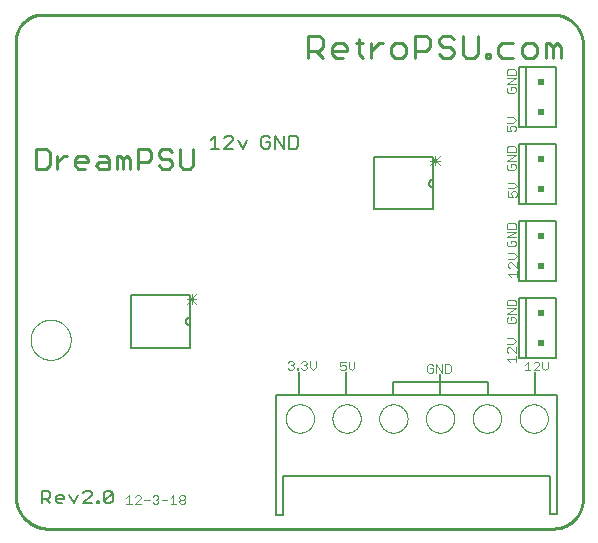
<source format=gto>
G75*
%MOIN*%
%OFA0B0*%
%FSLAX25Y25*%
%IPPOS*%
%LPD*%
%AMOC8*
5,1,8,0,0,1.08239X$1,22.5*
%
%ADD10C,0.00700*%
%ADD11C,0.00400*%
%ADD12C,0.01000*%
%ADD13C,0.00000*%
%ADD14C,0.01100*%
%ADD15C,0.00500*%
%ADD16C,0.00300*%
%ADD17C,0.00600*%
%ADD18R,0.02000X0.02000*%
%ADD19C,0.00197*%
D10*
X0022029Y0023210D02*
X0022029Y0027514D01*
X0024181Y0027514D01*
X0024898Y0026796D01*
X0024898Y0025362D01*
X0024181Y0024644D01*
X0022029Y0024644D01*
X0023463Y0024644D02*
X0024898Y0023210D01*
X0026633Y0023927D02*
X0026633Y0025362D01*
X0027350Y0026079D01*
X0028784Y0026079D01*
X0029502Y0025362D01*
X0029502Y0024644D01*
X0026633Y0024644D01*
X0026633Y0023927D02*
X0027350Y0023210D01*
X0028784Y0023210D01*
X0031237Y0026079D02*
X0032671Y0023210D01*
X0034106Y0026079D01*
X0035841Y0026796D02*
X0036558Y0027514D01*
X0037992Y0027514D01*
X0038710Y0026796D01*
X0038710Y0026079D01*
X0035841Y0023210D01*
X0038710Y0023210D01*
X0040444Y0023210D02*
X0041162Y0023210D01*
X0041162Y0023927D01*
X0040444Y0023927D01*
X0040444Y0023210D01*
X0042746Y0023927D02*
X0045616Y0026796D01*
X0045616Y0023927D01*
X0044898Y0023210D01*
X0043464Y0023210D01*
X0042746Y0023927D01*
X0042746Y0026796D01*
X0043464Y0027514D01*
X0044898Y0027514D01*
X0045616Y0026796D01*
X0078328Y0141517D02*
X0081197Y0141517D01*
X0079763Y0141517D02*
X0079763Y0145821D01*
X0078328Y0144386D01*
X0082932Y0145103D02*
X0083649Y0145821D01*
X0085084Y0145821D01*
X0085801Y0145103D01*
X0085801Y0144386D01*
X0082932Y0141517D01*
X0085801Y0141517D01*
X0088970Y0141517D02*
X0087536Y0144386D01*
X0090405Y0144386D02*
X0088970Y0141517D01*
X0095257Y0142234D02*
X0095974Y0141517D01*
X0097409Y0141517D01*
X0098126Y0142234D01*
X0098126Y0143669D01*
X0096692Y0143669D01*
X0098126Y0145103D02*
X0097409Y0145821D01*
X0095974Y0145821D01*
X0095257Y0145103D01*
X0095257Y0142234D01*
X0099861Y0141517D02*
X0099861Y0145821D01*
X0102730Y0141517D01*
X0102730Y0145821D01*
X0104465Y0145821D02*
X0106617Y0145821D01*
X0107334Y0145103D01*
X0107334Y0142234D01*
X0106617Y0141517D01*
X0104465Y0141517D01*
X0104465Y0145821D01*
D11*
X0069305Y0025862D02*
X0069773Y0025395D01*
X0069773Y0024928D01*
X0069305Y0024461D01*
X0068371Y0024461D01*
X0067904Y0024928D01*
X0067904Y0025395D01*
X0068371Y0025862D01*
X0069305Y0025862D01*
X0069305Y0024461D02*
X0069773Y0023994D01*
X0069773Y0023527D01*
X0069305Y0023060D01*
X0068371Y0023060D01*
X0067904Y0023527D01*
X0067904Y0023994D01*
X0068371Y0024461D01*
X0066826Y0023060D02*
X0064958Y0023060D01*
X0065892Y0023060D02*
X0065892Y0025862D01*
X0064958Y0024928D01*
X0063880Y0024461D02*
X0062011Y0024461D01*
X0060933Y0023994D02*
X0060933Y0023527D01*
X0060466Y0023060D01*
X0059532Y0023060D01*
X0059065Y0023527D01*
X0059999Y0024461D02*
X0060466Y0024461D01*
X0060933Y0023994D01*
X0060466Y0024461D02*
X0060933Y0024928D01*
X0060933Y0025395D01*
X0060466Y0025862D01*
X0059532Y0025862D01*
X0059065Y0025395D01*
X0057986Y0024461D02*
X0056118Y0024461D01*
X0055040Y0024928D02*
X0055040Y0025395D01*
X0054573Y0025862D01*
X0053639Y0025862D01*
X0053172Y0025395D01*
X0055040Y0024928D02*
X0053172Y0023060D01*
X0055040Y0023060D01*
X0052093Y0023060D02*
X0050225Y0023060D01*
X0051159Y0023060D02*
X0051159Y0025862D01*
X0050225Y0024928D01*
D12*
X0023254Y0014828D02*
X0192545Y0014828D01*
X0192783Y0014831D01*
X0193021Y0014839D01*
X0193258Y0014854D01*
X0193495Y0014874D01*
X0193731Y0014900D01*
X0193967Y0014931D01*
X0194202Y0014968D01*
X0194436Y0015011D01*
X0194669Y0015060D01*
X0194901Y0015114D01*
X0195131Y0015174D01*
X0195360Y0015239D01*
X0195587Y0015310D01*
X0195812Y0015386D01*
X0196035Y0015468D01*
X0196257Y0015555D01*
X0196476Y0015647D01*
X0196693Y0015745D01*
X0196907Y0015847D01*
X0197119Y0015955D01*
X0197329Y0016069D01*
X0197535Y0016187D01*
X0197739Y0016310D01*
X0197939Y0016438D01*
X0198136Y0016570D01*
X0198331Y0016708D01*
X0198521Y0016850D01*
X0198709Y0016997D01*
X0198892Y0017148D01*
X0199072Y0017303D01*
X0199248Y0017463D01*
X0199420Y0017627D01*
X0199589Y0017796D01*
X0199753Y0017968D01*
X0199913Y0018144D01*
X0200068Y0018324D01*
X0200219Y0018507D01*
X0200366Y0018695D01*
X0200508Y0018885D01*
X0200646Y0019080D01*
X0200778Y0019277D01*
X0200906Y0019477D01*
X0201029Y0019681D01*
X0201147Y0019887D01*
X0201261Y0020097D01*
X0201369Y0020309D01*
X0201471Y0020523D01*
X0201569Y0020740D01*
X0201661Y0020959D01*
X0201748Y0021181D01*
X0201830Y0021404D01*
X0201906Y0021629D01*
X0201977Y0021856D01*
X0202042Y0022085D01*
X0202102Y0022315D01*
X0202156Y0022547D01*
X0202205Y0022780D01*
X0202248Y0023014D01*
X0202285Y0023249D01*
X0202316Y0023485D01*
X0202342Y0023721D01*
X0202362Y0023958D01*
X0202377Y0024195D01*
X0202385Y0024433D01*
X0202388Y0024671D01*
X0202387Y0024671D02*
X0202387Y0176246D01*
X0202388Y0176246D02*
X0202385Y0176484D01*
X0202377Y0176722D01*
X0202362Y0176959D01*
X0202342Y0177196D01*
X0202316Y0177432D01*
X0202285Y0177668D01*
X0202248Y0177903D01*
X0202205Y0178137D01*
X0202156Y0178370D01*
X0202102Y0178602D01*
X0202042Y0178832D01*
X0201977Y0179061D01*
X0201906Y0179288D01*
X0201830Y0179513D01*
X0201748Y0179736D01*
X0201661Y0179958D01*
X0201569Y0180177D01*
X0201471Y0180394D01*
X0201369Y0180608D01*
X0201261Y0180820D01*
X0201147Y0181030D01*
X0201029Y0181236D01*
X0200906Y0181440D01*
X0200778Y0181640D01*
X0200646Y0181837D01*
X0200508Y0182032D01*
X0200366Y0182222D01*
X0200219Y0182410D01*
X0200068Y0182593D01*
X0199913Y0182773D01*
X0199753Y0182949D01*
X0199589Y0183121D01*
X0199420Y0183290D01*
X0199248Y0183454D01*
X0199072Y0183614D01*
X0198892Y0183769D01*
X0198709Y0183920D01*
X0198521Y0184067D01*
X0198331Y0184209D01*
X0198136Y0184347D01*
X0197939Y0184479D01*
X0197739Y0184607D01*
X0197535Y0184730D01*
X0197329Y0184848D01*
X0197119Y0184962D01*
X0196907Y0185070D01*
X0196693Y0185172D01*
X0196476Y0185270D01*
X0196257Y0185362D01*
X0196035Y0185449D01*
X0195812Y0185531D01*
X0195587Y0185607D01*
X0195360Y0185678D01*
X0195131Y0185743D01*
X0194901Y0185803D01*
X0194669Y0185857D01*
X0194436Y0185906D01*
X0194202Y0185949D01*
X0193967Y0185986D01*
X0193731Y0186017D01*
X0193495Y0186043D01*
X0193258Y0186063D01*
X0193021Y0186078D01*
X0192783Y0186086D01*
X0192545Y0186089D01*
X0192545Y0186088D02*
X0023254Y0186088D01*
X0013411Y0178214D02*
X0013411Y0026639D01*
X0013412Y0026639D02*
X0013391Y0026373D01*
X0013376Y0026107D01*
X0013369Y0025840D01*
X0013367Y0025573D01*
X0013373Y0025307D01*
X0013384Y0025040D01*
X0013403Y0024774D01*
X0013428Y0024508D01*
X0013459Y0024243D01*
X0013497Y0023979D01*
X0013541Y0023716D01*
X0013592Y0023454D01*
X0013649Y0023194D01*
X0013713Y0022934D01*
X0013783Y0022677D01*
X0013859Y0022421D01*
X0013942Y0022167D01*
X0014030Y0021916D01*
X0014125Y0021666D01*
X0014226Y0021419D01*
X0014333Y0021175D01*
X0014446Y0020933D01*
X0014565Y0020694D01*
X0014689Y0020459D01*
X0014820Y0020226D01*
X0014956Y0019996D01*
X0015098Y0019770D01*
X0015245Y0019548D01*
X0015397Y0019329D01*
X0015555Y0019114D01*
X0015718Y0018903D01*
X0015887Y0018696D01*
X0016060Y0018493D01*
X0016238Y0018294D01*
X0016421Y0018100D01*
X0016609Y0017910D01*
X0016801Y0017726D01*
X0016998Y0017545D01*
X0017199Y0017370D01*
X0017405Y0017200D01*
X0017614Y0017035D01*
X0017828Y0016875D01*
X0018045Y0016720D01*
X0018266Y0016571D01*
X0018491Y0016427D01*
X0018719Y0016289D01*
X0018951Y0016156D01*
X0019186Y0016029D01*
X0019423Y0015908D01*
X0019664Y0015793D01*
X0019907Y0015684D01*
X0020153Y0015581D01*
X0020402Y0015483D01*
X0020653Y0015392D01*
X0020906Y0015307D01*
X0021161Y0015229D01*
X0021417Y0015156D01*
X0021676Y0015090D01*
X0021936Y0015031D01*
X0022197Y0014977D01*
X0022460Y0014930D01*
X0022724Y0014890D01*
X0022988Y0014856D01*
X0023254Y0014829D01*
X0023513Y0134777D02*
X0020210Y0134777D01*
X0020210Y0141383D01*
X0023513Y0141383D01*
X0024614Y0140282D01*
X0024614Y0135878D01*
X0023513Y0134777D01*
X0027208Y0134777D02*
X0027208Y0139181D01*
X0027208Y0136979D02*
X0029410Y0139181D01*
X0030511Y0139181D01*
X0033040Y0138080D02*
X0034141Y0139181D01*
X0036343Y0139181D01*
X0037444Y0138080D01*
X0037444Y0136979D01*
X0033040Y0136979D01*
X0033040Y0135878D02*
X0033040Y0138080D01*
X0033040Y0135878D02*
X0034141Y0134777D01*
X0036343Y0134777D01*
X0040038Y0135878D02*
X0041139Y0136979D01*
X0044442Y0136979D01*
X0044442Y0138080D02*
X0044442Y0134777D01*
X0041139Y0134777D01*
X0040038Y0135878D01*
X0041139Y0139181D02*
X0043341Y0139181D01*
X0044442Y0138080D01*
X0047036Y0139181D02*
X0047036Y0134777D01*
X0049238Y0134777D02*
X0049238Y0138080D01*
X0050339Y0139181D01*
X0051440Y0138080D01*
X0051440Y0134777D01*
X0054034Y0134777D02*
X0054034Y0141383D01*
X0057337Y0141383D01*
X0058438Y0140282D01*
X0058438Y0138080D01*
X0057337Y0136979D01*
X0054034Y0136979D01*
X0049238Y0138080D02*
X0048137Y0139181D01*
X0047036Y0139181D01*
X0061032Y0139181D02*
X0062133Y0138080D01*
X0064335Y0138080D01*
X0065435Y0136979D01*
X0065435Y0135878D01*
X0064335Y0134777D01*
X0062133Y0134777D01*
X0061032Y0135878D01*
X0061032Y0139181D02*
X0061032Y0140282D01*
X0062133Y0141383D01*
X0064335Y0141383D01*
X0065435Y0140282D01*
X0068030Y0141383D02*
X0068030Y0135878D01*
X0069131Y0134777D01*
X0071333Y0134777D01*
X0072433Y0135878D01*
X0072433Y0141383D01*
X0023253Y0186088D02*
X0023039Y0186110D01*
X0022824Y0186126D01*
X0022609Y0186137D01*
X0022394Y0186142D01*
X0022178Y0186143D01*
X0021963Y0186138D01*
X0021748Y0186128D01*
X0021533Y0186113D01*
X0021319Y0186092D01*
X0021105Y0186067D01*
X0020892Y0186036D01*
X0020679Y0186000D01*
X0020468Y0185959D01*
X0020257Y0185913D01*
X0020048Y0185862D01*
X0019840Y0185806D01*
X0019634Y0185744D01*
X0019429Y0185678D01*
X0019225Y0185607D01*
X0019024Y0185531D01*
X0018824Y0185450D01*
X0018627Y0185365D01*
X0018431Y0185274D01*
X0018238Y0185179D01*
X0018047Y0185080D01*
X0017858Y0184975D01*
X0017673Y0184866D01*
X0017489Y0184753D01*
X0017309Y0184635D01*
X0017131Y0184513D01*
X0016957Y0184387D01*
X0016786Y0184257D01*
X0016617Y0184122D01*
X0016453Y0183984D01*
X0016291Y0183841D01*
X0016133Y0183695D01*
X0015979Y0183544D01*
X0015828Y0183391D01*
X0015681Y0183233D01*
X0015538Y0183072D01*
X0015399Y0182908D01*
X0015263Y0182740D01*
X0015132Y0182569D01*
X0015005Y0182395D01*
X0014883Y0182218D01*
X0014764Y0182038D01*
X0014650Y0181856D01*
X0014541Y0181670D01*
X0014436Y0181482D01*
X0014335Y0181292D01*
X0014239Y0181099D01*
X0014148Y0180904D01*
X0014062Y0180706D01*
X0013980Y0180507D01*
X0013903Y0180306D01*
X0013832Y0180103D01*
X0013765Y0179898D01*
X0013703Y0179692D01*
X0013646Y0179484D01*
X0013594Y0179275D01*
X0013547Y0179065D01*
X0013505Y0178853D01*
X0013468Y0178641D01*
X0013437Y0178428D01*
X0013411Y0178214D01*
D13*
X0018293Y0077761D02*
X0018295Y0077925D01*
X0018301Y0078089D01*
X0018311Y0078253D01*
X0018325Y0078417D01*
X0018343Y0078580D01*
X0018365Y0078743D01*
X0018392Y0078905D01*
X0018422Y0079067D01*
X0018456Y0079227D01*
X0018494Y0079387D01*
X0018535Y0079546D01*
X0018581Y0079704D01*
X0018631Y0079860D01*
X0018684Y0080016D01*
X0018741Y0080170D01*
X0018802Y0080322D01*
X0018867Y0080473D01*
X0018936Y0080623D01*
X0019008Y0080770D01*
X0019083Y0080916D01*
X0019163Y0081060D01*
X0019245Y0081202D01*
X0019331Y0081342D01*
X0019421Y0081479D01*
X0019514Y0081615D01*
X0019610Y0081748D01*
X0019710Y0081879D01*
X0019812Y0082007D01*
X0019918Y0082133D01*
X0020027Y0082256D01*
X0020139Y0082376D01*
X0020253Y0082494D01*
X0020371Y0082608D01*
X0020491Y0082720D01*
X0020614Y0082829D01*
X0020740Y0082935D01*
X0020868Y0083037D01*
X0020999Y0083137D01*
X0021132Y0083233D01*
X0021268Y0083326D01*
X0021405Y0083416D01*
X0021545Y0083502D01*
X0021687Y0083584D01*
X0021831Y0083664D01*
X0021977Y0083739D01*
X0022124Y0083811D01*
X0022274Y0083880D01*
X0022425Y0083945D01*
X0022577Y0084006D01*
X0022731Y0084063D01*
X0022887Y0084116D01*
X0023043Y0084166D01*
X0023201Y0084212D01*
X0023360Y0084253D01*
X0023520Y0084291D01*
X0023680Y0084325D01*
X0023842Y0084355D01*
X0024004Y0084382D01*
X0024167Y0084404D01*
X0024330Y0084422D01*
X0024494Y0084436D01*
X0024658Y0084446D01*
X0024822Y0084452D01*
X0024986Y0084454D01*
X0025150Y0084452D01*
X0025314Y0084446D01*
X0025478Y0084436D01*
X0025642Y0084422D01*
X0025805Y0084404D01*
X0025968Y0084382D01*
X0026130Y0084355D01*
X0026292Y0084325D01*
X0026452Y0084291D01*
X0026612Y0084253D01*
X0026771Y0084212D01*
X0026929Y0084166D01*
X0027085Y0084116D01*
X0027241Y0084063D01*
X0027395Y0084006D01*
X0027547Y0083945D01*
X0027698Y0083880D01*
X0027848Y0083811D01*
X0027995Y0083739D01*
X0028141Y0083664D01*
X0028285Y0083584D01*
X0028427Y0083502D01*
X0028567Y0083416D01*
X0028704Y0083326D01*
X0028840Y0083233D01*
X0028973Y0083137D01*
X0029104Y0083037D01*
X0029232Y0082935D01*
X0029358Y0082829D01*
X0029481Y0082720D01*
X0029601Y0082608D01*
X0029719Y0082494D01*
X0029833Y0082376D01*
X0029945Y0082256D01*
X0030054Y0082133D01*
X0030160Y0082007D01*
X0030262Y0081879D01*
X0030362Y0081748D01*
X0030458Y0081615D01*
X0030551Y0081479D01*
X0030641Y0081342D01*
X0030727Y0081202D01*
X0030809Y0081060D01*
X0030889Y0080916D01*
X0030964Y0080770D01*
X0031036Y0080623D01*
X0031105Y0080473D01*
X0031170Y0080322D01*
X0031231Y0080170D01*
X0031288Y0080016D01*
X0031341Y0079860D01*
X0031391Y0079704D01*
X0031437Y0079546D01*
X0031478Y0079387D01*
X0031516Y0079227D01*
X0031550Y0079067D01*
X0031580Y0078905D01*
X0031607Y0078743D01*
X0031629Y0078580D01*
X0031647Y0078417D01*
X0031661Y0078253D01*
X0031671Y0078089D01*
X0031677Y0077925D01*
X0031679Y0077761D01*
X0031677Y0077597D01*
X0031671Y0077433D01*
X0031661Y0077269D01*
X0031647Y0077105D01*
X0031629Y0076942D01*
X0031607Y0076779D01*
X0031580Y0076617D01*
X0031550Y0076455D01*
X0031516Y0076295D01*
X0031478Y0076135D01*
X0031437Y0075976D01*
X0031391Y0075818D01*
X0031341Y0075662D01*
X0031288Y0075506D01*
X0031231Y0075352D01*
X0031170Y0075200D01*
X0031105Y0075049D01*
X0031036Y0074899D01*
X0030964Y0074752D01*
X0030889Y0074606D01*
X0030809Y0074462D01*
X0030727Y0074320D01*
X0030641Y0074180D01*
X0030551Y0074043D01*
X0030458Y0073907D01*
X0030362Y0073774D01*
X0030262Y0073643D01*
X0030160Y0073515D01*
X0030054Y0073389D01*
X0029945Y0073266D01*
X0029833Y0073146D01*
X0029719Y0073028D01*
X0029601Y0072914D01*
X0029481Y0072802D01*
X0029358Y0072693D01*
X0029232Y0072587D01*
X0029104Y0072485D01*
X0028973Y0072385D01*
X0028840Y0072289D01*
X0028704Y0072196D01*
X0028567Y0072106D01*
X0028427Y0072020D01*
X0028285Y0071938D01*
X0028141Y0071858D01*
X0027995Y0071783D01*
X0027848Y0071711D01*
X0027698Y0071642D01*
X0027547Y0071577D01*
X0027395Y0071516D01*
X0027241Y0071459D01*
X0027085Y0071406D01*
X0026929Y0071356D01*
X0026771Y0071310D01*
X0026612Y0071269D01*
X0026452Y0071231D01*
X0026292Y0071197D01*
X0026130Y0071167D01*
X0025968Y0071140D01*
X0025805Y0071118D01*
X0025642Y0071100D01*
X0025478Y0071086D01*
X0025314Y0071076D01*
X0025150Y0071070D01*
X0024986Y0071068D01*
X0024822Y0071070D01*
X0024658Y0071076D01*
X0024494Y0071086D01*
X0024330Y0071100D01*
X0024167Y0071118D01*
X0024004Y0071140D01*
X0023842Y0071167D01*
X0023680Y0071197D01*
X0023520Y0071231D01*
X0023360Y0071269D01*
X0023201Y0071310D01*
X0023043Y0071356D01*
X0022887Y0071406D01*
X0022731Y0071459D01*
X0022577Y0071516D01*
X0022425Y0071577D01*
X0022274Y0071642D01*
X0022124Y0071711D01*
X0021977Y0071783D01*
X0021831Y0071858D01*
X0021687Y0071938D01*
X0021545Y0072020D01*
X0021405Y0072106D01*
X0021268Y0072196D01*
X0021132Y0072289D01*
X0020999Y0072385D01*
X0020868Y0072485D01*
X0020740Y0072587D01*
X0020614Y0072693D01*
X0020491Y0072802D01*
X0020371Y0072914D01*
X0020253Y0073028D01*
X0020139Y0073146D01*
X0020027Y0073266D01*
X0019918Y0073389D01*
X0019812Y0073515D01*
X0019710Y0073643D01*
X0019610Y0073774D01*
X0019514Y0073907D01*
X0019421Y0074043D01*
X0019331Y0074180D01*
X0019245Y0074320D01*
X0019163Y0074462D01*
X0019083Y0074606D01*
X0019008Y0074752D01*
X0018936Y0074899D01*
X0018867Y0075049D01*
X0018802Y0075200D01*
X0018741Y0075352D01*
X0018684Y0075506D01*
X0018631Y0075662D01*
X0018581Y0075818D01*
X0018535Y0075976D01*
X0018494Y0076135D01*
X0018456Y0076295D01*
X0018422Y0076455D01*
X0018392Y0076617D01*
X0018365Y0076779D01*
X0018343Y0076942D01*
X0018325Y0077105D01*
X0018311Y0077269D01*
X0018301Y0077433D01*
X0018295Y0077597D01*
X0018293Y0077761D01*
X0103333Y0051521D02*
X0103335Y0051658D01*
X0103341Y0051796D01*
X0103351Y0051933D01*
X0103365Y0052069D01*
X0103383Y0052206D01*
X0103405Y0052341D01*
X0103431Y0052476D01*
X0103460Y0052610D01*
X0103494Y0052744D01*
X0103531Y0052876D01*
X0103573Y0053007D01*
X0103618Y0053137D01*
X0103667Y0053265D01*
X0103719Y0053392D01*
X0103776Y0053517D01*
X0103835Y0053641D01*
X0103899Y0053763D01*
X0103966Y0053883D01*
X0104036Y0054001D01*
X0104110Y0054117D01*
X0104187Y0054231D01*
X0104268Y0054342D01*
X0104351Y0054451D01*
X0104438Y0054558D01*
X0104528Y0054661D01*
X0104621Y0054763D01*
X0104717Y0054861D01*
X0104815Y0054957D01*
X0104917Y0055050D01*
X0105020Y0055140D01*
X0105127Y0055227D01*
X0105236Y0055310D01*
X0105347Y0055391D01*
X0105461Y0055468D01*
X0105577Y0055542D01*
X0105695Y0055612D01*
X0105815Y0055679D01*
X0105937Y0055743D01*
X0106061Y0055802D01*
X0106186Y0055859D01*
X0106313Y0055911D01*
X0106441Y0055960D01*
X0106571Y0056005D01*
X0106702Y0056047D01*
X0106834Y0056084D01*
X0106968Y0056118D01*
X0107102Y0056147D01*
X0107237Y0056173D01*
X0107372Y0056195D01*
X0107509Y0056213D01*
X0107645Y0056227D01*
X0107782Y0056237D01*
X0107920Y0056243D01*
X0108057Y0056245D01*
X0108194Y0056243D01*
X0108332Y0056237D01*
X0108469Y0056227D01*
X0108605Y0056213D01*
X0108742Y0056195D01*
X0108877Y0056173D01*
X0109012Y0056147D01*
X0109146Y0056118D01*
X0109280Y0056084D01*
X0109412Y0056047D01*
X0109543Y0056005D01*
X0109673Y0055960D01*
X0109801Y0055911D01*
X0109928Y0055859D01*
X0110053Y0055802D01*
X0110177Y0055743D01*
X0110299Y0055679D01*
X0110419Y0055612D01*
X0110537Y0055542D01*
X0110653Y0055468D01*
X0110767Y0055391D01*
X0110878Y0055310D01*
X0110987Y0055227D01*
X0111094Y0055140D01*
X0111197Y0055050D01*
X0111299Y0054957D01*
X0111397Y0054861D01*
X0111493Y0054763D01*
X0111586Y0054661D01*
X0111676Y0054558D01*
X0111763Y0054451D01*
X0111846Y0054342D01*
X0111927Y0054231D01*
X0112004Y0054117D01*
X0112078Y0054001D01*
X0112148Y0053883D01*
X0112215Y0053763D01*
X0112279Y0053641D01*
X0112338Y0053517D01*
X0112395Y0053392D01*
X0112447Y0053265D01*
X0112496Y0053137D01*
X0112541Y0053007D01*
X0112583Y0052876D01*
X0112620Y0052744D01*
X0112654Y0052610D01*
X0112683Y0052476D01*
X0112709Y0052341D01*
X0112731Y0052206D01*
X0112749Y0052069D01*
X0112763Y0051933D01*
X0112773Y0051796D01*
X0112779Y0051658D01*
X0112781Y0051521D01*
X0112779Y0051384D01*
X0112773Y0051246D01*
X0112763Y0051109D01*
X0112749Y0050973D01*
X0112731Y0050836D01*
X0112709Y0050701D01*
X0112683Y0050566D01*
X0112654Y0050432D01*
X0112620Y0050298D01*
X0112583Y0050166D01*
X0112541Y0050035D01*
X0112496Y0049905D01*
X0112447Y0049777D01*
X0112395Y0049650D01*
X0112338Y0049525D01*
X0112279Y0049401D01*
X0112215Y0049279D01*
X0112148Y0049159D01*
X0112078Y0049041D01*
X0112004Y0048925D01*
X0111927Y0048811D01*
X0111846Y0048700D01*
X0111763Y0048591D01*
X0111676Y0048484D01*
X0111586Y0048381D01*
X0111493Y0048279D01*
X0111397Y0048181D01*
X0111299Y0048085D01*
X0111197Y0047992D01*
X0111094Y0047902D01*
X0110987Y0047815D01*
X0110878Y0047732D01*
X0110767Y0047651D01*
X0110653Y0047574D01*
X0110537Y0047500D01*
X0110419Y0047430D01*
X0110299Y0047363D01*
X0110177Y0047299D01*
X0110053Y0047240D01*
X0109928Y0047183D01*
X0109801Y0047131D01*
X0109673Y0047082D01*
X0109543Y0047037D01*
X0109412Y0046995D01*
X0109280Y0046958D01*
X0109146Y0046924D01*
X0109012Y0046895D01*
X0108877Y0046869D01*
X0108742Y0046847D01*
X0108605Y0046829D01*
X0108469Y0046815D01*
X0108332Y0046805D01*
X0108194Y0046799D01*
X0108057Y0046797D01*
X0107920Y0046799D01*
X0107782Y0046805D01*
X0107645Y0046815D01*
X0107509Y0046829D01*
X0107372Y0046847D01*
X0107237Y0046869D01*
X0107102Y0046895D01*
X0106968Y0046924D01*
X0106834Y0046958D01*
X0106702Y0046995D01*
X0106571Y0047037D01*
X0106441Y0047082D01*
X0106313Y0047131D01*
X0106186Y0047183D01*
X0106061Y0047240D01*
X0105937Y0047299D01*
X0105815Y0047363D01*
X0105695Y0047430D01*
X0105577Y0047500D01*
X0105461Y0047574D01*
X0105347Y0047651D01*
X0105236Y0047732D01*
X0105127Y0047815D01*
X0105020Y0047902D01*
X0104917Y0047992D01*
X0104815Y0048085D01*
X0104717Y0048181D01*
X0104621Y0048279D01*
X0104528Y0048381D01*
X0104438Y0048484D01*
X0104351Y0048591D01*
X0104268Y0048700D01*
X0104187Y0048811D01*
X0104110Y0048925D01*
X0104036Y0049041D01*
X0103966Y0049159D01*
X0103899Y0049279D01*
X0103835Y0049401D01*
X0103776Y0049525D01*
X0103719Y0049650D01*
X0103667Y0049777D01*
X0103618Y0049905D01*
X0103573Y0050035D01*
X0103531Y0050166D01*
X0103494Y0050298D01*
X0103460Y0050432D01*
X0103431Y0050566D01*
X0103405Y0050701D01*
X0103383Y0050836D01*
X0103365Y0050973D01*
X0103351Y0051109D01*
X0103341Y0051246D01*
X0103335Y0051384D01*
X0103333Y0051521D01*
X0118923Y0051521D02*
X0118925Y0051658D01*
X0118931Y0051796D01*
X0118941Y0051933D01*
X0118955Y0052069D01*
X0118973Y0052206D01*
X0118995Y0052341D01*
X0119021Y0052476D01*
X0119050Y0052610D01*
X0119084Y0052744D01*
X0119121Y0052876D01*
X0119163Y0053007D01*
X0119208Y0053137D01*
X0119257Y0053265D01*
X0119309Y0053392D01*
X0119366Y0053517D01*
X0119425Y0053641D01*
X0119489Y0053763D01*
X0119556Y0053883D01*
X0119626Y0054001D01*
X0119700Y0054117D01*
X0119777Y0054231D01*
X0119858Y0054342D01*
X0119941Y0054451D01*
X0120028Y0054558D01*
X0120118Y0054661D01*
X0120211Y0054763D01*
X0120307Y0054861D01*
X0120405Y0054957D01*
X0120507Y0055050D01*
X0120610Y0055140D01*
X0120717Y0055227D01*
X0120826Y0055310D01*
X0120937Y0055391D01*
X0121051Y0055468D01*
X0121167Y0055542D01*
X0121285Y0055612D01*
X0121405Y0055679D01*
X0121527Y0055743D01*
X0121651Y0055802D01*
X0121776Y0055859D01*
X0121903Y0055911D01*
X0122031Y0055960D01*
X0122161Y0056005D01*
X0122292Y0056047D01*
X0122424Y0056084D01*
X0122558Y0056118D01*
X0122692Y0056147D01*
X0122827Y0056173D01*
X0122962Y0056195D01*
X0123099Y0056213D01*
X0123235Y0056227D01*
X0123372Y0056237D01*
X0123510Y0056243D01*
X0123647Y0056245D01*
X0123784Y0056243D01*
X0123922Y0056237D01*
X0124059Y0056227D01*
X0124195Y0056213D01*
X0124332Y0056195D01*
X0124467Y0056173D01*
X0124602Y0056147D01*
X0124736Y0056118D01*
X0124870Y0056084D01*
X0125002Y0056047D01*
X0125133Y0056005D01*
X0125263Y0055960D01*
X0125391Y0055911D01*
X0125518Y0055859D01*
X0125643Y0055802D01*
X0125767Y0055743D01*
X0125889Y0055679D01*
X0126009Y0055612D01*
X0126127Y0055542D01*
X0126243Y0055468D01*
X0126357Y0055391D01*
X0126468Y0055310D01*
X0126577Y0055227D01*
X0126684Y0055140D01*
X0126787Y0055050D01*
X0126889Y0054957D01*
X0126987Y0054861D01*
X0127083Y0054763D01*
X0127176Y0054661D01*
X0127266Y0054558D01*
X0127353Y0054451D01*
X0127436Y0054342D01*
X0127517Y0054231D01*
X0127594Y0054117D01*
X0127668Y0054001D01*
X0127738Y0053883D01*
X0127805Y0053763D01*
X0127869Y0053641D01*
X0127928Y0053517D01*
X0127985Y0053392D01*
X0128037Y0053265D01*
X0128086Y0053137D01*
X0128131Y0053007D01*
X0128173Y0052876D01*
X0128210Y0052744D01*
X0128244Y0052610D01*
X0128273Y0052476D01*
X0128299Y0052341D01*
X0128321Y0052206D01*
X0128339Y0052069D01*
X0128353Y0051933D01*
X0128363Y0051796D01*
X0128369Y0051658D01*
X0128371Y0051521D01*
X0128369Y0051384D01*
X0128363Y0051246D01*
X0128353Y0051109D01*
X0128339Y0050973D01*
X0128321Y0050836D01*
X0128299Y0050701D01*
X0128273Y0050566D01*
X0128244Y0050432D01*
X0128210Y0050298D01*
X0128173Y0050166D01*
X0128131Y0050035D01*
X0128086Y0049905D01*
X0128037Y0049777D01*
X0127985Y0049650D01*
X0127928Y0049525D01*
X0127869Y0049401D01*
X0127805Y0049279D01*
X0127738Y0049159D01*
X0127668Y0049041D01*
X0127594Y0048925D01*
X0127517Y0048811D01*
X0127436Y0048700D01*
X0127353Y0048591D01*
X0127266Y0048484D01*
X0127176Y0048381D01*
X0127083Y0048279D01*
X0126987Y0048181D01*
X0126889Y0048085D01*
X0126787Y0047992D01*
X0126684Y0047902D01*
X0126577Y0047815D01*
X0126468Y0047732D01*
X0126357Y0047651D01*
X0126243Y0047574D01*
X0126127Y0047500D01*
X0126009Y0047430D01*
X0125889Y0047363D01*
X0125767Y0047299D01*
X0125643Y0047240D01*
X0125518Y0047183D01*
X0125391Y0047131D01*
X0125263Y0047082D01*
X0125133Y0047037D01*
X0125002Y0046995D01*
X0124870Y0046958D01*
X0124736Y0046924D01*
X0124602Y0046895D01*
X0124467Y0046869D01*
X0124332Y0046847D01*
X0124195Y0046829D01*
X0124059Y0046815D01*
X0123922Y0046805D01*
X0123784Y0046799D01*
X0123647Y0046797D01*
X0123510Y0046799D01*
X0123372Y0046805D01*
X0123235Y0046815D01*
X0123099Y0046829D01*
X0122962Y0046847D01*
X0122827Y0046869D01*
X0122692Y0046895D01*
X0122558Y0046924D01*
X0122424Y0046958D01*
X0122292Y0046995D01*
X0122161Y0047037D01*
X0122031Y0047082D01*
X0121903Y0047131D01*
X0121776Y0047183D01*
X0121651Y0047240D01*
X0121527Y0047299D01*
X0121405Y0047363D01*
X0121285Y0047430D01*
X0121167Y0047500D01*
X0121051Y0047574D01*
X0120937Y0047651D01*
X0120826Y0047732D01*
X0120717Y0047815D01*
X0120610Y0047902D01*
X0120507Y0047992D01*
X0120405Y0048085D01*
X0120307Y0048181D01*
X0120211Y0048279D01*
X0120118Y0048381D01*
X0120028Y0048484D01*
X0119941Y0048591D01*
X0119858Y0048700D01*
X0119777Y0048811D01*
X0119700Y0048925D01*
X0119626Y0049041D01*
X0119556Y0049159D01*
X0119489Y0049279D01*
X0119425Y0049401D01*
X0119366Y0049525D01*
X0119309Y0049650D01*
X0119257Y0049777D01*
X0119208Y0049905D01*
X0119163Y0050035D01*
X0119121Y0050166D01*
X0119084Y0050298D01*
X0119050Y0050432D01*
X0119021Y0050566D01*
X0118995Y0050701D01*
X0118973Y0050836D01*
X0118955Y0050973D01*
X0118941Y0051109D01*
X0118931Y0051246D01*
X0118925Y0051384D01*
X0118923Y0051521D01*
X0134514Y0051521D02*
X0134516Y0051658D01*
X0134522Y0051796D01*
X0134532Y0051933D01*
X0134546Y0052069D01*
X0134564Y0052206D01*
X0134586Y0052341D01*
X0134612Y0052476D01*
X0134641Y0052610D01*
X0134675Y0052744D01*
X0134712Y0052876D01*
X0134754Y0053007D01*
X0134799Y0053137D01*
X0134848Y0053265D01*
X0134900Y0053392D01*
X0134957Y0053517D01*
X0135016Y0053641D01*
X0135080Y0053763D01*
X0135147Y0053883D01*
X0135217Y0054001D01*
X0135291Y0054117D01*
X0135368Y0054231D01*
X0135449Y0054342D01*
X0135532Y0054451D01*
X0135619Y0054558D01*
X0135709Y0054661D01*
X0135802Y0054763D01*
X0135898Y0054861D01*
X0135996Y0054957D01*
X0136098Y0055050D01*
X0136201Y0055140D01*
X0136308Y0055227D01*
X0136417Y0055310D01*
X0136528Y0055391D01*
X0136642Y0055468D01*
X0136758Y0055542D01*
X0136876Y0055612D01*
X0136996Y0055679D01*
X0137118Y0055743D01*
X0137242Y0055802D01*
X0137367Y0055859D01*
X0137494Y0055911D01*
X0137622Y0055960D01*
X0137752Y0056005D01*
X0137883Y0056047D01*
X0138015Y0056084D01*
X0138149Y0056118D01*
X0138283Y0056147D01*
X0138418Y0056173D01*
X0138553Y0056195D01*
X0138690Y0056213D01*
X0138826Y0056227D01*
X0138963Y0056237D01*
X0139101Y0056243D01*
X0139238Y0056245D01*
X0139375Y0056243D01*
X0139513Y0056237D01*
X0139650Y0056227D01*
X0139786Y0056213D01*
X0139923Y0056195D01*
X0140058Y0056173D01*
X0140193Y0056147D01*
X0140327Y0056118D01*
X0140461Y0056084D01*
X0140593Y0056047D01*
X0140724Y0056005D01*
X0140854Y0055960D01*
X0140982Y0055911D01*
X0141109Y0055859D01*
X0141234Y0055802D01*
X0141358Y0055743D01*
X0141480Y0055679D01*
X0141600Y0055612D01*
X0141718Y0055542D01*
X0141834Y0055468D01*
X0141948Y0055391D01*
X0142059Y0055310D01*
X0142168Y0055227D01*
X0142275Y0055140D01*
X0142378Y0055050D01*
X0142480Y0054957D01*
X0142578Y0054861D01*
X0142674Y0054763D01*
X0142767Y0054661D01*
X0142857Y0054558D01*
X0142944Y0054451D01*
X0143027Y0054342D01*
X0143108Y0054231D01*
X0143185Y0054117D01*
X0143259Y0054001D01*
X0143329Y0053883D01*
X0143396Y0053763D01*
X0143460Y0053641D01*
X0143519Y0053517D01*
X0143576Y0053392D01*
X0143628Y0053265D01*
X0143677Y0053137D01*
X0143722Y0053007D01*
X0143764Y0052876D01*
X0143801Y0052744D01*
X0143835Y0052610D01*
X0143864Y0052476D01*
X0143890Y0052341D01*
X0143912Y0052206D01*
X0143930Y0052069D01*
X0143944Y0051933D01*
X0143954Y0051796D01*
X0143960Y0051658D01*
X0143962Y0051521D01*
X0143960Y0051384D01*
X0143954Y0051246D01*
X0143944Y0051109D01*
X0143930Y0050973D01*
X0143912Y0050836D01*
X0143890Y0050701D01*
X0143864Y0050566D01*
X0143835Y0050432D01*
X0143801Y0050298D01*
X0143764Y0050166D01*
X0143722Y0050035D01*
X0143677Y0049905D01*
X0143628Y0049777D01*
X0143576Y0049650D01*
X0143519Y0049525D01*
X0143460Y0049401D01*
X0143396Y0049279D01*
X0143329Y0049159D01*
X0143259Y0049041D01*
X0143185Y0048925D01*
X0143108Y0048811D01*
X0143027Y0048700D01*
X0142944Y0048591D01*
X0142857Y0048484D01*
X0142767Y0048381D01*
X0142674Y0048279D01*
X0142578Y0048181D01*
X0142480Y0048085D01*
X0142378Y0047992D01*
X0142275Y0047902D01*
X0142168Y0047815D01*
X0142059Y0047732D01*
X0141948Y0047651D01*
X0141834Y0047574D01*
X0141718Y0047500D01*
X0141600Y0047430D01*
X0141480Y0047363D01*
X0141358Y0047299D01*
X0141234Y0047240D01*
X0141109Y0047183D01*
X0140982Y0047131D01*
X0140854Y0047082D01*
X0140724Y0047037D01*
X0140593Y0046995D01*
X0140461Y0046958D01*
X0140327Y0046924D01*
X0140193Y0046895D01*
X0140058Y0046869D01*
X0139923Y0046847D01*
X0139786Y0046829D01*
X0139650Y0046815D01*
X0139513Y0046805D01*
X0139375Y0046799D01*
X0139238Y0046797D01*
X0139101Y0046799D01*
X0138963Y0046805D01*
X0138826Y0046815D01*
X0138690Y0046829D01*
X0138553Y0046847D01*
X0138418Y0046869D01*
X0138283Y0046895D01*
X0138149Y0046924D01*
X0138015Y0046958D01*
X0137883Y0046995D01*
X0137752Y0047037D01*
X0137622Y0047082D01*
X0137494Y0047131D01*
X0137367Y0047183D01*
X0137242Y0047240D01*
X0137118Y0047299D01*
X0136996Y0047363D01*
X0136876Y0047430D01*
X0136758Y0047500D01*
X0136642Y0047574D01*
X0136528Y0047651D01*
X0136417Y0047732D01*
X0136308Y0047815D01*
X0136201Y0047902D01*
X0136098Y0047992D01*
X0135996Y0048085D01*
X0135898Y0048181D01*
X0135802Y0048279D01*
X0135709Y0048381D01*
X0135619Y0048484D01*
X0135532Y0048591D01*
X0135449Y0048700D01*
X0135368Y0048811D01*
X0135291Y0048925D01*
X0135217Y0049041D01*
X0135147Y0049159D01*
X0135080Y0049279D01*
X0135016Y0049401D01*
X0134957Y0049525D01*
X0134900Y0049650D01*
X0134848Y0049777D01*
X0134799Y0049905D01*
X0134754Y0050035D01*
X0134712Y0050166D01*
X0134675Y0050298D01*
X0134641Y0050432D01*
X0134612Y0050566D01*
X0134586Y0050701D01*
X0134564Y0050836D01*
X0134546Y0050973D01*
X0134532Y0051109D01*
X0134522Y0051246D01*
X0134516Y0051384D01*
X0134514Y0051521D01*
X0150104Y0051521D02*
X0150106Y0051658D01*
X0150112Y0051796D01*
X0150122Y0051933D01*
X0150136Y0052069D01*
X0150154Y0052206D01*
X0150176Y0052341D01*
X0150202Y0052476D01*
X0150231Y0052610D01*
X0150265Y0052744D01*
X0150302Y0052876D01*
X0150344Y0053007D01*
X0150389Y0053137D01*
X0150438Y0053265D01*
X0150490Y0053392D01*
X0150547Y0053517D01*
X0150606Y0053641D01*
X0150670Y0053763D01*
X0150737Y0053883D01*
X0150807Y0054001D01*
X0150881Y0054117D01*
X0150958Y0054231D01*
X0151039Y0054342D01*
X0151122Y0054451D01*
X0151209Y0054558D01*
X0151299Y0054661D01*
X0151392Y0054763D01*
X0151488Y0054861D01*
X0151586Y0054957D01*
X0151688Y0055050D01*
X0151791Y0055140D01*
X0151898Y0055227D01*
X0152007Y0055310D01*
X0152118Y0055391D01*
X0152232Y0055468D01*
X0152348Y0055542D01*
X0152466Y0055612D01*
X0152586Y0055679D01*
X0152708Y0055743D01*
X0152832Y0055802D01*
X0152957Y0055859D01*
X0153084Y0055911D01*
X0153212Y0055960D01*
X0153342Y0056005D01*
X0153473Y0056047D01*
X0153605Y0056084D01*
X0153739Y0056118D01*
X0153873Y0056147D01*
X0154008Y0056173D01*
X0154143Y0056195D01*
X0154280Y0056213D01*
X0154416Y0056227D01*
X0154553Y0056237D01*
X0154691Y0056243D01*
X0154828Y0056245D01*
X0154965Y0056243D01*
X0155103Y0056237D01*
X0155240Y0056227D01*
X0155376Y0056213D01*
X0155513Y0056195D01*
X0155648Y0056173D01*
X0155783Y0056147D01*
X0155917Y0056118D01*
X0156051Y0056084D01*
X0156183Y0056047D01*
X0156314Y0056005D01*
X0156444Y0055960D01*
X0156572Y0055911D01*
X0156699Y0055859D01*
X0156824Y0055802D01*
X0156948Y0055743D01*
X0157070Y0055679D01*
X0157190Y0055612D01*
X0157308Y0055542D01*
X0157424Y0055468D01*
X0157538Y0055391D01*
X0157649Y0055310D01*
X0157758Y0055227D01*
X0157865Y0055140D01*
X0157968Y0055050D01*
X0158070Y0054957D01*
X0158168Y0054861D01*
X0158264Y0054763D01*
X0158357Y0054661D01*
X0158447Y0054558D01*
X0158534Y0054451D01*
X0158617Y0054342D01*
X0158698Y0054231D01*
X0158775Y0054117D01*
X0158849Y0054001D01*
X0158919Y0053883D01*
X0158986Y0053763D01*
X0159050Y0053641D01*
X0159109Y0053517D01*
X0159166Y0053392D01*
X0159218Y0053265D01*
X0159267Y0053137D01*
X0159312Y0053007D01*
X0159354Y0052876D01*
X0159391Y0052744D01*
X0159425Y0052610D01*
X0159454Y0052476D01*
X0159480Y0052341D01*
X0159502Y0052206D01*
X0159520Y0052069D01*
X0159534Y0051933D01*
X0159544Y0051796D01*
X0159550Y0051658D01*
X0159552Y0051521D01*
X0159550Y0051384D01*
X0159544Y0051246D01*
X0159534Y0051109D01*
X0159520Y0050973D01*
X0159502Y0050836D01*
X0159480Y0050701D01*
X0159454Y0050566D01*
X0159425Y0050432D01*
X0159391Y0050298D01*
X0159354Y0050166D01*
X0159312Y0050035D01*
X0159267Y0049905D01*
X0159218Y0049777D01*
X0159166Y0049650D01*
X0159109Y0049525D01*
X0159050Y0049401D01*
X0158986Y0049279D01*
X0158919Y0049159D01*
X0158849Y0049041D01*
X0158775Y0048925D01*
X0158698Y0048811D01*
X0158617Y0048700D01*
X0158534Y0048591D01*
X0158447Y0048484D01*
X0158357Y0048381D01*
X0158264Y0048279D01*
X0158168Y0048181D01*
X0158070Y0048085D01*
X0157968Y0047992D01*
X0157865Y0047902D01*
X0157758Y0047815D01*
X0157649Y0047732D01*
X0157538Y0047651D01*
X0157424Y0047574D01*
X0157308Y0047500D01*
X0157190Y0047430D01*
X0157070Y0047363D01*
X0156948Y0047299D01*
X0156824Y0047240D01*
X0156699Y0047183D01*
X0156572Y0047131D01*
X0156444Y0047082D01*
X0156314Y0047037D01*
X0156183Y0046995D01*
X0156051Y0046958D01*
X0155917Y0046924D01*
X0155783Y0046895D01*
X0155648Y0046869D01*
X0155513Y0046847D01*
X0155376Y0046829D01*
X0155240Y0046815D01*
X0155103Y0046805D01*
X0154965Y0046799D01*
X0154828Y0046797D01*
X0154691Y0046799D01*
X0154553Y0046805D01*
X0154416Y0046815D01*
X0154280Y0046829D01*
X0154143Y0046847D01*
X0154008Y0046869D01*
X0153873Y0046895D01*
X0153739Y0046924D01*
X0153605Y0046958D01*
X0153473Y0046995D01*
X0153342Y0047037D01*
X0153212Y0047082D01*
X0153084Y0047131D01*
X0152957Y0047183D01*
X0152832Y0047240D01*
X0152708Y0047299D01*
X0152586Y0047363D01*
X0152466Y0047430D01*
X0152348Y0047500D01*
X0152232Y0047574D01*
X0152118Y0047651D01*
X0152007Y0047732D01*
X0151898Y0047815D01*
X0151791Y0047902D01*
X0151688Y0047992D01*
X0151586Y0048085D01*
X0151488Y0048181D01*
X0151392Y0048279D01*
X0151299Y0048381D01*
X0151209Y0048484D01*
X0151122Y0048591D01*
X0151039Y0048700D01*
X0150958Y0048811D01*
X0150881Y0048925D01*
X0150807Y0049041D01*
X0150737Y0049159D01*
X0150670Y0049279D01*
X0150606Y0049401D01*
X0150547Y0049525D01*
X0150490Y0049650D01*
X0150438Y0049777D01*
X0150389Y0049905D01*
X0150344Y0050035D01*
X0150302Y0050166D01*
X0150265Y0050298D01*
X0150231Y0050432D01*
X0150202Y0050566D01*
X0150176Y0050701D01*
X0150154Y0050836D01*
X0150136Y0050973D01*
X0150122Y0051109D01*
X0150112Y0051246D01*
X0150106Y0051384D01*
X0150104Y0051521D01*
X0165695Y0051521D02*
X0165697Y0051658D01*
X0165703Y0051796D01*
X0165713Y0051933D01*
X0165727Y0052069D01*
X0165745Y0052206D01*
X0165767Y0052341D01*
X0165793Y0052476D01*
X0165822Y0052610D01*
X0165856Y0052744D01*
X0165893Y0052876D01*
X0165935Y0053007D01*
X0165980Y0053137D01*
X0166029Y0053265D01*
X0166081Y0053392D01*
X0166138Y0053517D01*
X0166197Y0053641D01*
X0166261Y0053763D01*
X0166328Y0053883D01*
X0166398Y0054001D01*
X0166472Y0054117D01*
X0166549Y0054231D01*
X0166630Y0054342D01*
X0166713Y0054451D01*
X0166800Y0054558D01*
X0166890Y0054661D01*
X0166983Y0054763D01*
X0167079Y0054861D01*
X0167177Y0054957D01*
X0167279Y0055050D01*
X0167382Y0055140D01*
X0167489Y0055227D01*
X0167598Y0055310D01*
X0167709Y0055391D01*
X0167823Y0055468D01*
X0167939Y0055542D01*
X0168057Y0055612D01*
X0168177Y0055679D01*
X0168299Y0055743D01*
X0168423Y0055802D01*
X0168548Y0055859D01*
X0168675Y0055911D01*
X0168803Y0055960D01*
X0168933Y0056005D01*
X0169064Y0056047D01*
X0169196Y0056084D01*
X0169330Y0056118D01*
X0169464Y0056147D01*
X0169599Y0056173D01*
X0169734Y0056195D01*
X0169871Y0056213D01*
X0170007Y0056227D01*
X0170144Y0056237D01*
X0170282Y0056243D01*
X0170419Y0056245D01*
X0170556Y0056243D01*
X0170694Y0056237D01*
X0170831Y0056227D01*
X0170967Y0056213D01*
X0171104Y0056195D01*
X0171239Y0056173D01*
X0171374Y0056147D01*
X0171508Y0056118D01*
X0171642Y0056084D01*
X0171774Y0056047D01*
X0171905Y0056005D01*
X0172035Y0055960D01*
X0172163Y0055911D01*
X0172290Y0055859D01*
X0172415Y0055802D01*
X0172539Y0055743D01*
X0172661Y0055679D01*
X0172781Y0055612D01*
X0172899Y0055542D01*
X0173015Y0055468D01*
X0173129Y0055391D01*
X0173240Y0055310D01*
X0173349Y0055227D01*
X0173456Y0055140D01*
X0173559Y0055050D01*
X0173661Y0054957D01*
X0173759Y0054861D01*
X0173855Y0054763D01*
X0173948Y0054661D01*
X0174038Y0054558D01*
X0174125Y0054451D01*
X0174208Y0054342D01*
X0174289Y0054231D01*
X0174366Y0054117D01*
X0174440Y0054001D01*
X0174510Y0053883D01*
X0174577Y0053763D01*
X0174641Y0053641D01*
X0174700Y0053517D01*
X0174757Y0053392D01*
X0174809Y0053265D01*
X0174858Y0053137D01*
X0174903Y0053007D01*
X0174945Y0052876D01*
X0174982Y0052744D01*
X0175016Y0052610D01*
X0175045Y0052476D01*
X0175071Y0052341D01*
X0175093Y0052206D01*
X0175111Y0052069D01*
X0175125Y0051933D01*
X0175135Y0051796D01*
X0175141Y0051658D01*
X0175143Y0051521D01*
X0175141Y0051384D01*
X0175135Y0051246D01*
X0175125Y0051109D01*
X0175111Y0050973D01*
X0175093Y0050836D01*
X0175071Y0050701D01*
X0175045Y0050566D01*
X0175016Y0050432D01*
X0174982Y0050298D01*
X0174945Y0050166D01*
X0174903Y0050035D01*
X0174858Y0049905D01*
X0174809Y0049777D01*
X0174757Y0049650D01*
X0174700Y0049525D01*
X0174641Y0049401D01*
X0174577Y0049279D01*
X0174510Y0049159D01*
X0174440Y0049041D01*
X0174366Y0048925D01*
X0174289Y0048811D01*
X0174208Y0048700D01*
X0174125Y0048591D01*
X0174038Y0048484D01*
X0173948Y0048381D01*
X0173855Y0048279D01*
X0173759Y0048181D01*
X0173661Y0048085D01*
X0173559Y0047992D01*
X0173456Y0047902D01*
X0173349Y0047815D01*
X0173240Y0047732D01*
X0173129Y0047651D01*
X0173015Y0047574D01*
X0172899Y0047500D01*
X0172781Y0047430D01*
X0172661Y0047363D01*
X0172539Y0047299D01*
X0172415Y0047240D01*
X0172290Y0047183D01*
X0172163Y0047131D01*
X0172035Y0047082D01*
X0171905Y0047037D01*
X0171774Y0046995D01*
X0171642Y0046958D01*
X0171508Y0046924D01*
X0171374Y0046895D01*
X0171239Y0046869D01*
X0171104Y0046847D01*
X0170967Y0046829D01*
X0170831Y0046815D01*
X0170694Y0046805D01*
X0170556Y0046799D01*
X0170419Y0046797D01*
X0170282Y0046799D01*
X0170144Y0046805D01*
X0170007Y0046815D01*
X0169871Y0046829D01*
X0169734Y0046847D01*
X0169599Y0046869D01*
X0169464Y0046895D01*
X0169330Y0046924D01*
X0169196Y0046958D01*
X0169064Y0046995D01*
X0168933Y0047037D01*
X0168803Y0047082D01*
X0168675Y0047131D01*
X0168548Y0047183D01*
X0168423Y0047240D01*
X0168299Y0047299D01*
X0168177Y0047363D01*
X0168057Y0047430D01*
X0167939Y0047500D01*
X0167823Y0047574D01*
X0167709Y0047651D01*
X0167598Y0047732D01*
X0167489Y0047815D01*
X0167382Y0047902D01*
X0167279Y0047992D01*
X0167177Y0048085D01*
X0167079Y0048181D01*
X0166983Y0048279D01*
X0166890Y0048381D01*
X0166800Y0048484D01*
X0166713Y0048591D01*
X0166630Y0048700D01*
X0166549Y0048811D01*
X0166472Y0048925D01*
X0166398Y0049041D01*
X0166328Y0049159D01*
X0166261Y0049279D01*
X0166197Y0049401D01*
X0166138Y0049525D01*
X0166081Y0049650D01*
X0166029Y0049777D01*
X0165980Y0049905D01*
X0165935Y0050035D01*
X0165893Y0050166D01*
X0165856Y0050298D01*
X0165822Y0050432D01*
X0165793Y0050566D01*
X0165767Y0050701D01*
X0165745Y0050836D01*
X0165727Y0050973D01*
X0165713Y0051109D01*
X0165703Y0051246D01*
X0165697Y0051384D01*
X0165695Y0051521D01*
X0181285Y0051521D02*
X0181287Y0051658D01*
X0181293Y0051796D01*
X0181303Y0051933D01*
X0181317Y0052069D01*
X0181335Y0052206D01*
X0181357Y0052341D01*
X0181383Y0052476D01*
X0181412Y0052610D01*
X0181446Y0052744D01*
X0181483Y0052876D01*
X0181525Y0053007D01*
X0181570Y0053137D01*
X0181619Y0053265D01*
X0181671Y0053392D01*
X0181728Y0053517D01*
X0181787Y0053641D01*
X0181851Y0053763D01*
X0181918Y0053883D01*
X0181988Y0054001D01*
X0182062Y0054117D01*
X0182139Y0054231D01*
X0182220Y0054342D01*
X0182303Y0054451D01*
X0182390Y0054558D01*
X0182480Y0054661D01*
X0182573Y0054763D01*
X0182669Y0054861D01*
X0182767Y0054957D01*
X0182869Y0055050D01*
X0182972Y0055140D01*
X0183079Y0055227D01*
X0183188Y0055310D01*
X0183299Y0055391D01*
X0183413Y0055468D01*
X0183529Y0055542D01*
X0183647Y0055612D01*
X0183767Y0055679D01*
X0183889Y0055743D01*
X0184013Y0055802D01*
X0184138Y0055859D01*
X0184265Y0055911D01*
X0184393Y0055960D01*
X0184523Y0056005D01*
X0184654Y0056047D01*
X0184786Y0056084D01*
X0184920Y0056118D01*
X0185054Y0056147D01*
X0185189Y0056173D01*
X0185324Y0056195D01*
X0185461Y0056213D01*
X0185597Y0056227D01*
X0185734Y0056237D01*
X0185872Y0056243D01*
X0186009Y0056245D01*
X0186146Y0056243D01*
X0186284Y0056237D01*
X0186421Y0056227D01*
X0186557Y0056213D01*
X0186694Y0056195D01*
X0186829Y0056173D01*
X0186964Y0056147D01*
X0187098Y0056118D01*
X0187232Y0056084D01*
X0187364Y0056047D01*
X0187495Y0056005D01*
X0187625Y0055960D01*
X0187753Y0055911D01*
X0187880Y0055859D01*
X0188005Y0055802D01*
X0188129Y0055743D01*
X0188251Y0055679D01*
X0188371Y0055612D01*
X0188489Y0055542D01*
X0188605Y0055468D01*
X0188719Y0055391D01*
X0188830Y0055310D01*
X0188939Y0055227D01*
X0189046Y0055140D01*
X0189149Y0055050D01*
X0189251Y0054957D01*
X0189349Y0054861D01*
X0189445Y0054763D01*
X0189538Y0054661D01*
X0189628Y0054558D01*
X0189715Y0054451D01*
X0189798Y0054342D01*
X0189879Y0054231D01*
X0189956Y0054117D01*
X0190030Y0054001D01*
X0190100Y0053883D01*
X0190167Y0053763D01*
X0190231Y0053641D01*
X0190290Y0053517D01*
X0190347Y0053392D01*
X0190399Y0053265D01*
X0190448Y0053137D01*
X0190493Y0053007D01*
X0190535Y0052876D01*
X0190572Y0052744D01*
X0190606Y0052610D01*
X0190635Y0052476D01*
X0190661Y0052341D01*
X0190683Y0052206D01*
X0190701Y0052069D01*
X0190715Y0051933D01*
X0190725Y0051796D01*
X0190731Y0051658D01*
X0190733Y0051521D01*
X0190731Y0051384D01*
X0190725Y0051246D01*
X0190715Y0051109D01*
X0190701Y0050973D01*
X0190683Y0050836D01*
X0190661Y0050701D01*
X0190635Y0050566D01*
X0190606Y0050432D01*
X0190572Y0050298D01*
X0190535Y0050166D01*
X0190493Y0050035D01*
X0190448Y0049905D01*
X0190399Y0049777D01*
X0190347Y0049650D01*
X0190290Y0049525D01*
X0190231Y0049401D01*
X0190167Y0049279D01*
X0190100Y0049159D01*
X0190030Y0049041D01*
X0189956Y0048925D01*
X0189879Y0048811D01*
X0189798Y0048700D01*
X0189715Y0048591D01*
X0189628Y0048484D01*
X0189538Y0048381D01*
X0189445Y0048279D01*
X0189349Y0048181D01*
X0189251Y0048085D01*
X0189149Y0047992D01*
X0189046Y0047902D01*
X0188939Y0047815D01*
X0188830Y0047732D01*
X0188719Y0047651D01*
X0188605Y0047574D01*
X0188489Y0047500D01*
X0188371Y0047430D01*
X0188251Y0047363D01*
X0188129Y0047299D01*
X0188005Y0047240D01*
X0187880Y0047183D01*
X0187753Y0047131D01*
X0187625Y0047082D01*
X0187495Y0047037D01*
X0187364Y0046995D01*
X0187232Y0046958D01*
X0187098Y0046924D01*
X0186964Y0046895D01*
X0186829Y0046869D01*
X0186694Y0046847D01*
X0186557Y0046829D01*
X0186421Y0046815D01*
X0186284Y0046805D01*
X0186146Y0046799D01*
X0186009Y0046797D01*
X0185872Y0046799D01*
X0185734Y0046805D01*
X0185597Y0046815D01*
X0185461Y0046829D01*
X0185324Y0046847D01*
X0185189Y0046869D01*
X0185054Y0046895D01*
X0184920Y0046924D01*
X0184786Y0046958D01*
X0184654Y0046995D01*
X0184523Y0047037D01*
X0184393Y0047082D01*
X0184265Y0047131D01*
X0184138Y0047183D01*
X0184013Y0047240D01*
X0183889Y0047299D01*
X0183767Y0047363D01*
X0183647Y0047430D01*
X0183529Y0047500D01*
X0183413Y0047574D01*
X0183299Y0047651D01*
X0183188Y0047732D01*
X0183079Y0047815D01*
X0182972Y0047902D01*
X0182869Y0047992D01*
X0182767Y0048085D01*
X0182669Y0048181D01*
X0182573Y0048279D01*
X0182480Y0048381D01*
X0182390Y0048484D01*
X0182303Y0048591D01*
X0182220Y0048700D01*
X0182139Y0048811D01*
X0182062Y0048925D01*
X0181988Y0049041D01*
X0181918Y0049159D01*
X0181851Y0049279D01*
X0181787Y0049401D01*
X0181728Y0049525D01*
X0181671Y0049650D01*
X0181619Y0049777D01*
X0181570Y0049905D01*
X0181525Y0050035D01*
X0181483Y0050166D01*
X0181446Y0050298D01*
X0181412Y0050432D01*
X0181383Y0050566D01*
X0181357Y0050701D01*
X0181335Y0050836D01*
X0181317Y0050973D01*
X0181303Y0051109D01*
X0181293Y0051246D01*
X0181287Y0051384D01*
X0181285Y0051521D01*
D14*
X0183331Y0171678D02*
X0182080Y0172929D01*
X0182080Y0175431D01*
X0183331Y0176682D01*
X0185833Y0176682D01*
X0187085Y0175431D01*
X0187085Y0172929D01*
X0185833Y0171678D01*
X0183331Y0171678D01*
X0179166Y0171678D02*
X0175413Y0171678D01*
X0174162Y0172929D01*
X0174162Y0175431D01*
X0175413Y0176682D01*
X0179166Y0176682D01*
X0171453Y0172929D02*
X0171453Y0171678D01*
X0170202Y0171678D01*
X0170202Y0172929D01*
X0171453Y0172929D01*
X0167288Y0172929D02*
X0167288Y0179184D01*
X0162283Y0179184D02*
X0162283Y0172929D01*
X0163534Y0171678D01*
X0166037Y0171678D01*
X0167288Y0172929D01*
X0159369Y0172929D02*
X0158118Y0171678D01*
X0155616Y0171678D01*
X0154365Y0172929D01*
X0155616Y0175431D02*
X0154365Y0176682D01*
X0154365Y0177933D01*
X0155616Y0179184D01*
X0158118Y0179184D01*
X0159369Y0177933D01*
X0158118Y0175431D02*
X0159369Y0174180D01*
X0159369Y0172929D01*
X0158118Y0175431D02*
X0155616Y0175431D01*
X0151450Y0175431D02*
X0150199Y0174180D01*
X0146446Y0174180D01*
X0146446Y0171678D02*
X0146446Y0179184D01*
X0150199Y0179184D01*
X0151450Y0177933D01*
X0151450Y0175431D01*
X0143531Y0175431D02*
X0143531Y0172929D01*
X0142280Y0171678D01*
X0139778Y0171678D01*
X0138527Y0172929D01*
X0138527Y0175431D01*
X0139778Y0176682D01*
X0142280Y0176682D01*
X0143531Y0175431D01*
X0135681Y0176682D02*
X0134430Y0176682D01*
X0131928Y0174180D01*
X0131928Y0171678D02*
X0131928Y0176682D01*
X0129151Y0176682D02*
X0126649Y0176682D01*
X0127900Y0177933D02*
X0127900Y0172929D01*
X0129151Y0171678D01*
X0123734Y0174180D02*
X0118730Y0174180D01*
X0118730Y0172929D02*
X0118730Y0175431D01*
X0119981Y0176682D01*
X0122483Y0176682D01*
X0123734Y0175431D01*
X0123734Y0174180D01*
X0122483Y0171678D02*
X0119981Y0171678D01*
X0118730Y0172929D01*
X0115816Y0171678D02*
X0113314Y0174180D01*
X0114565Y0174180D02*
X0110811Y0174180D01*
X0110811Y0171678D02*
X0110811Y0179184D01*
X0114565Y0179184D01*
X0115816Y0177933D01*
X0115816Y0175431D01*
X0114565Y0174180D01*
X0189999Y0171678D02*
X0189999Y0176682D01*
X0191250Y0176682D01*
X0192501Y0175431D01*
X0193752Y0176682D01*
X0195003Y0175431D01*
X0195003Y0171678D01*
X0192501Y0171678D02*
X0192501Y0175431D01*
D15*
X0186403Y0066994D02*
X0186403Y0059395D01*
X0193883Y0059198D02*
X0193895Y0019828D01*
X0191521Y0019828D01*
X0191521Y0032230D01*
X0102545Y0032230D01*
X0102545Y0019435D01*
X0099986Y0019435D01*
X0099986Y0059198D01*
X0193883Y0059198D01*
X0170655Y0059395D02*
X0170655Y0063844D01*
X0154907Y0063844D01*
X0154907Y0059395D01*
X0154907Y0063844D02*
X0154907Y0066206D01*
X0154907Y0063844D02*
X0139159Y0063844D01*
X0139159Y0059395D01*
X0123411Y0059395D02*
X0123411Y0066994D01*
X0107663Y0066994D02*
X0107663Y0059395D01*
D16*
X0107503Y0067734D02*
X0107019Y0067734D01*
X0107019Y0068218D01*
X0107503Y0068218D01*
X0107503Y0067734D01*
X0108493Y0068218D02*
X0108976Y0067734D01*
X0109944Y0067734D01*
X0110428Y0068218D01*
X0110428Y0068702D01*
X0109944Y0069185D01*
X0109460Y0069185D01*
X0109944Y0069185D02*
X0110428Y0069669D01*
X0110428Y0070153D01*
X0109944Y0070637D01*
X0108976Y0070637D01*
X0108493Y0070153D01*
X0106008Y0070153D02*
X0106008Y0069669D01*
X0105524Y0069185D01*
X0106008Y0068702D01*
X0106008Y0068218D01*
X0105524Y0067734D01*
X0104557Y0067734D01*
X0104073Y0068218D01*
X0105040Y0069185D02*
X0105524Y0069185D01*
X0106008Y0070153D02*
X0105524Y0070637D01*
X0104557Y0070637D01*
X0104073Y0070153D01*
X0111439Y0070637D02*
X0111439Y0068702D01*
X0112407Y0067734D01*
X0113374Y0068702D01*
X0113374Y0070637D01*
X0121396Y0070440D02*
X0121396Y0068989D01*
X0122363Y0069472D01*
X0122847Y0069472D01*
X0123331Y0068989D01*
X0123331Y0068021D01*
X0122847Y0067537D01*
X0121879Y0067537D01*
X0121396Y0068021D01*
X0121396Y0070440D02*
X0123331Y0070440D01*
X0124342Y0070440D02*
X0124342Y0068505D01*
X0125310Y0067537D01*
X0126277Y0068505D01*
X0126277Y0070440D01*
X0150530Y0069169D02*
X0150530Y0067234D01*
X0151013Y0066750D01*
X0151981Y0066750D01*
X0152465Y0067234D01*
X0152465Y0068201D01*
X0151497Y0068201D01*
X0150530Y0069169D02*
X0151013Y0069652D01*
X0151981Y0069652D01*
X0152465Y0069169D01*
X0153476Y0069652D02*
X0153476Y0066750D01*
X0155411Y0066750D02*
X0155411Y0069652D01*
X0156423Y0069652D02*
X0157874Y0069652D01*
X0158358Y0069169D01*
X0158358Y0067234D01*
X0157874Y0066750D01*
X0156423Y0066750D01*
X0156423Y0069652D01*
X0153476Y0069652D02*
X0155411Y0066750D01*
X0177087Y0071414D02*
X0178055Y0070446D01*
X0177087Y0071414D02*
X0179990Y0071414D01*
X0179990Y0072381D02*
X0179990Y0070446D01*
X0179990Y0073393D02*
X0178055Y0075328D01*
X0177571Y0075328D01*
X0177087Y0074844D01*
X0177087Y0073877D01*
X0177571Y0073393D01*
X0179990Y0073393D02*
X0179990Y0075328D01*
X0179022Y0076339D02*
X0177087Y0076339D01*
X0179022Y0076339D02*
X0179990Y0077307D01*
X0179022Y0078274D01*
X0177087Y0078274D01*
X0177571Y0083320D02*
X0179506Y0083320D01*
X0179990Y0083804D01*
X0179990Y0084772D01*
X0179506Y0085255D01*
X0178539Y0085255D01*
X0178539Y0084288D01*
X0177571Y0085255D02*
X0177087Y0084772D01*
X0177087Y0083804D01*
X0177571Y0083320D01*
X0177087Y0086267D02*
X0179990Y0088202D01*
X0177087Y0088202D01*
X0177087Y0089214D02*
X0177087Y0090665D01*
X0177571Y0091148D01*
X0179506Y0091148D01*
X0179990Y0090665D01*
X0179990Y0089214D01*
X0177087Y0089214D01*
X0177087Y0086267D02*
X0179990Y0086267D01*
X0180474Y0098734D02*
X0180474Y0100669D01*
X0180474Y0099701D02*
X0177572Y0099701D01*
X0178539Y0098734D01*
X0178055Y0101680D02*
X0177572Y0102164D01*
X0177572Y0103132D01*
X0178055Y0103615D01*
X0178539Y0103615D01*
X0180474Y0101680D01*
X0180474Y0103615D01*
X0179507Y0104627D02*
X0177572Y0104627D01*
X0179507Y0104627D02*
X0180474Y0105594D01*
X0179507Y0106562D01*
X0177572Y0106562D01*
X0177571Y0108911D02*
X0179506Y0108911D01*
X0179990Y0109395D01*
X0179990Y0110362D01*
X0179506Y0110846D01*
X0178539Y0110846D01*
X0178539Y0109879D01*
X0177571Y0110846D02*
X0177087Y0110362D01*
X0177087Y0109395D01*
X0177571Y0108911D01*
X0177087Y0111858D02*
X0179990Y0113793D01*
X0177087Y0113793D01*
X0177087Y0114804D02*
X0177087Y0116255D01*
X0177571Y0116739D01*
X0179506Y0116739D01*
X0179990Y0116255D01*
X0179990Y0114804D01*
X0177087Y0114804D01*
X0177087Y0111858D02*
X0179990Y0111858D01*
X0179915Y0125250D02*
X0180399Y0125733D01*
X0180399Y0126701D01*
X0179915Y0127185D01*
X0178948Y0127185D01*
X0178464Y0126701D01*
X0178464Y0126217D01*
X0178948Y0125250D01*
X0177497Y0125250D01*
X0177497Y0127185D01*
X0177497Y0128196D02*
X0179432Y0128196D01*
X0180399Y0129164D01*
X0179432Y0130131D01*
X0177497Y0130131D01*
X0177571Y0134502D02*
X0179506Y0134502D01*
X0179990Y0134985D01*
X0179990Y0135953D01*
X0179506Y0136437D01*
X0178539Y0136437D01*
X0178539Y0135469D01*
X0177571Y0134502D02*
X0177087Y0134985D01*
X0177087Y0135953D01*
X0177571Y0136437D01*
X0177087Y0137448D02*
X0179990Y0139383D01*
X0177087Y0139383D01*
X0177087Y0140395D02*
X0177087Y0141846D01*
X0177571Y0142330D01*
X0179506Y0142330D01*
X0179990Y0141846D01*
X0179990Y0140395D01*
X0177087Y0140395D01*
X0177087Y0137448D02*
X0179990Y0137448D01*
X0179506Y0147218D02*
X0179990Y0147702D01*
X0179990Y0148669D01*
X0179506Y0149153D01*
X0178539Y0149153D01*
X0178055Y0148669D01*
X0178055Y0148186D01*
X0178539Y0147218D01*
X0177087Y0147218D01*
X0177087Y0149153D01*
X0177087Y0150165D02*
X0179022Y0150165D01*
X0179990Y0151132D01*
X0179022Y0152100D01*
X0177087Y0152100D01*
X0177571Y0160092D02*
X0179506Y0160092D01*
X0179990Y0160576D01*
X0179990Y0161543D01*
X0179506Y0162027D01*
X0178539Y0162027D01*
X0178539Y0161060D01*
X0177571Y0162027D02*
X0177087Y0161543D01*
X0177087Y0160576D01*
X0177571Y0160092D01*
X0177087Y0163039D02*
X0179990Y0164974D01*
X0177087Y0164974D01*
X0177087Y0165985D02*
X0177087Y0167436D01*
X0177571Y0167920D01*
X0179506Y0167920D01*
X0179990Y0167436D01*
X0179990Y0165985D01*
X0177087Y0165985D01*
X0177087Y0163039D02*
X0179990Y0163039D01*
X0154664Y0139006D02*
X0151528Y0135870D01*
X0153096Y0135870D02*
X0153096Y0139006D01*
X0151528Y0139006D02*
X0154664Y0135870D01*
X0154664Y0137438D02*
X0151528Y0137438D01*
X0183977Y0070440D02*
X0183977Y0067537D01*
X0183010Y0067537D02*
X0184945Y0067537D01*
X0185956Y0067537D02*
X0187891Y0069472D01*
X0187891Y0069956D01*
X0187408Y0070440D01*
X0186440Y0070440D01*
X0185956Y0069956D01*
X0183977Y0070440D02*
X0183010Y0069472D01*
X0185956Y0067537D02*
X0187891Y0067537D01*
X0188903Y0068505D02*
X0189870Y0067537D01*
X0190838Y0068505D01*
X0190838Y0070440D01*
X0188903Y0070440D02*
X0188903Y0068505D01*
X0073601Y0089807D02*
X0070465Y0092943D01*
X0072033Y0092943D02*
X0072033Y0089807D01*
X0070465Y0089807D02*
X0073601Y0092943D01*
X0073601Y0091375D02*
X0070465Y0091375D01*
D17*
X0071282Y0092583D02*
X0071282Y0085083D01*
X0071282Y0082683D01*
X0071282Y0075183D01*
X0071282Y0082683D01*
X0071282Y0085083D01*
X0071282Y0092583D01*
X0051682Y0092583D01*
X0051682Y0075183D01*
X0071282Y0075183D01*
X0071282Y0082683D02*
X0071213Y0082685D01*
X0071145Y0082691D01*
X0071077Y0082701D01*
X0071010Y0082714D01*
X0070944Y0082732D01*
X0070879Y0082753D01*
X0070815Y0082778D01*
X0070753Y0082806D01*
X0070692Y0082838D01*
X0070633Y0082873D01*
X0070577Y0082912D01*
X0070522Y0082954D01*
X0070471Y0082999D01*
X0070421Y0083047D01*
X0070375Y0083097D01*
X0070332Y0083150D01*
X0070291Y0083206D01*
X0070254Y0083263D01*
X0070221Y0083323D01*
X0070190Y0083385D01*
X0070164Y0083448D01*
X0070141Y0083512D01*
X0070121Y0083578D01*
X0070106Y0083645D01*
X0070094Y0083712D01*
X0070086Y0083780D01*
X0070082Y0083849D01*
X0070082Y0083917D01*
X0070086Y0083986D01*
X0070094Y0084054D01*
X0070106Y0084121D01*
X0070121Y0084188D01*
X0070141Y0084254D01*
X0070164Y0084318D01*
X0070190Y0084381D01*
X0070221Y0084443D01*
X0070254Y0084503D01*
X0070291Y0084560D01*
X0070332Y0084616D01*
X0070375Y0084669D01*
X0070421Y0084719D01*
X0070471Y0084767D01*
X0070522Y0084812D01*
X0070577Y0084854D01*
X0070633Y0084893D01*
X0070692Y0084928D01*
X0070753Y0084960D01*
X0070815Y0084988D01*
X0070879Y0085013D01*
X0070944Y0085034D01*
X0071010Y0085052D01*
X0071077Y0085065D01*
X0071145Y0085075D01*
X0071213Y0085081D01*
X0071282Y0085083D01*
X0071213Y0085081D01*
X0071145Y0085075D01*
X0071077Y0085065D01*
X0071010Y0085052D01*
X0070944Y0085034D01*
X0070879Y0085013D01*
X0070815Y0084988D01*
X0070753Y0084960D01*
X0070692Y0084928D01*
X0070633Y0084893D01*
X0070577Y0084854D01*
X0070522Y0084812D01*
X0070471Y0084767D01*
X0070421Y0084719D01*
X0070375Y0084669D01*
X0070332Y0084616D01*
X0070291Y0084560D01*
X0070254Y0084503D01*
X0070221Y0084443D01*
X0070190Y0084381D01*
X0070164Y0084318D01*
X0070141Y0084254D01*
X0070121Y0084188D01*
X0070106Y0084121D01*
X0070094Y0084054D01*
X0070086Y0083986D01*
X0070082Y0083917D01*
X0070082Y0083849D01*
X0070086Y0083780D01*
X0070094Y0083712D01*
X0070106Y0083645D01*
X0070121Y0083578D01*
X0070141Y0083512D01*
X0070164Y0083448D01*
X0070190Y0083385D01*
X0070221Y0083323D01*
X0070254Y0083263D01*
X0070291Y0083206D01*
X0070332Y0083150D01*
X0070375Y0083097D01*
X0070421Y0083047D01*
X0070471Y0082999D01*
X0070522Y0082954D01*
X0070577Y0082912D01*
X0070633Y0082873D01*
X0070692Y0082838D01*
X0070753Y0082806D01*
X0070815Y0082778D01*
X0070879Y0082753D01*
X0070944Y0082732D01*
X0071010Y0082714D01*
X0071077Y0082701D01*
X0071145Y0082691D01*
X0071213Y0082685D01*
X0071282Y0082683D01*
X0051682Y0075183D02*
X0051682Y0092583D01*
X0132745Y0121246D02*
X0132745Y0138646D01*
X0152345Y0138646D01*
X0152345Y0131146D01*
X0152345Y0128746D01*
X0152345Y0121246D01*
X0152345Y0128746D01*
X0152345Y0131146D01*
X0152345Y0138646D01*
X0152345Y0131146D02*
X0152276Y0131144D01*
X0152208Y0131138D01*
X0152140Y0131128D01*
X0152073Y0131115D01*
X0152007Y0131097D01*
X0151942Y0131076D01*
X0151878Y0131051D01*
X0151816Y0131023D01*
X0151755Y0130991D01*
X0151696Y0130956D01*
X0151640Y0130917D01*
X0151585Y0130875D01*
X0151534Y0130830D01*
X0151484Y0130782D01*
X0151438Y0130732D01*
X0151395Y0130679D01*
X0151354Y0130623D01*
X0151317Y0130566D01*
X0151284Y0130506D01*
X0151253Y0130444D01*
X0151227Y0130381D01*
X0151204Y0130317D01*
X0151184Y0130251D01*
X0151169Y0130184D01*
X0151157Y0130117D01*
X0151149Y0130049D01*
X0151145Y0129980D01*
X0151145Y0129912D01*
X0151149Y0129843D01*
X0151157Y0129775D01*
X0151169Y0129708D01*
X0151184Y0129641D01*
X0151204Y0129575D01*
X0151227Y0129511D01*
X0151253Y0129448D01*
X0151284Y0129386D01*
X0151317Y0129326D01*
X0151354Y0129269D01*
X0151395Y0129213D01*
X0151438Y0129160D01*
X0151484Y0129110D01*
X0151534Y0129062D01*
X0151585Y0129017D01*
X0151640Y0128975D01*
X0151696Y0128936D01*
X0151755Y0128901D01*
X0151816Y0128869D01*
X0151878Y0128841D01*
X0151942Y0128816D01*
X0152007Y0128795D01*
X0152073Y0128777D01*
X0152140Y0128764D01*
X0152208Y0128754D01*
X0152276Y0128748D01*
X0152345Y0128746D01*
X0152276Y0128748D01*
X0152208Y0128754D01*
X0152140Y0128764D01*
X0152073Y0128777D01*
X0152007Y0128795D01*
X0151942Y0128816D01*
X0151878Y0128841D01*
X0151816Y0128869D01*
X0151755Y0128901D01*
X0151696Y0128936D01*
X0151640Y0128975D01*
X0151585Y0129017D01*
X0151534Y0129062D01*
X0151484Y0129110D01*
X0151438Y0129160D01*
X0151395Y0129213D01*
X0151354Y0129269D01*
X0151317Y0129326D01*
X0151284Y0129386D01*
X0151253Y0129448D01*
X0151227Y0129511D01*
X0151204Y0129575D01*
X0151184Y0129641D01*
X0151169Y0129708D01*
X0151157Y0129775D01*
X0151149Y0129843D01*
X0151145Y0129912D01*
X0151145Y0129980D01*
X0151149Y0130049D01*
X0151157Y0130117D01*
X0151169Y0130184D01*
X0151184Y0130251D01*
X0151204Y0130317D01*
X0151227Y0130381D01*
X0151253Y0130444D01*
X0151284Y0130506D01*
X0151317Y0130566D01*
X0151354Y0130623D01*
X0151395Y0130679D01*
X0151438Y0130732D01*
X0151484Y0130782D01*
X0151534Y0130830D01*
X0151585Y0130875D01*
X0151640Y0130917D01*
X0151696Y0130956D01*
X0151755Y0130991D01*
X0151816Y0131023D01*
X0151878Y0131051D01*
X0151942Y0131076D01*
X0152007Y0131097D01*
X0152073Y0131115D01*
X0152140Y0131128D01*
X0152208Y0131138D01*
X0152276Y0131144D01*
X0152345Y0131146D01*
X0152345Y0121246D02*
X0132745Y0121246D01*
X0132745Y0138646D01*
X0181108Y0142939D02*
X0181108Y0122939D01*
X0183608Y0122939D01*
X0183608Y0142939D01*
X0181108Y0142939D01*
X0183608Y0142939D02*
X0193608Y0142939D01*
X0193608Y0122939D01*
X0183608Y0122939D01*
X0183608Y0117348D02*
X0181108Y0117348D01*
X0181108Y0097348D01*
X0183608Y0097348D01*
X0183608Y0117348D01*
X0193608Y0117348D01*
X0193608Y0097348D01*
X0183608Y0097348D01*
X0183608Y0091757D02*
X0181108Y0091757D01*
X0181108Y0071757D01*
X0183608Y0071757D01*
X0183608Y0091757D01*
X0193608Y0091757D01*
X0193608Y0071757D01*
X0183608Y0071757D01*
X0183608Y0148529D02*
X0181108Y0148529D01*
X0181108Y0168529D01*
X0183608Y0168529D01*
X0193608Y0168529D01*
X0193608Y0148529D01*
X0183608Y0148529D01*
X0183608Y0168529D01*
D18*
X0188608Y0163529D03*
X0188608Y0153529D03*
X0188608Y0137939D03*
X0188608Y0127939D03*
X0188608Y0112348D03*
X0188608Y0102348D03*
X0188608Y0086757D03*
X0188608Y0076757D03*
D19*
X0150845Y0121246D02*
X0149645Y0121246D01*
X0148245Y0121246D02*
X0147045Y0121246D01*
X0145645Y0121246D02*
X0144545Y0121246D01*
X0143145Y0121246D02*
X0141945Y0121246D01*
X0140545Y0121246D02*
X0139445Y0121246D01*
X0138045Y0121246D02*
X0136845Y0121246D01*
X0135445Y0121246D02*
X0134245Y0121246D01*
X0134245Y0138646D02*
X0135445Y0138646D01*
X0136845Y0138646D02*
X0138045Y0138646D01*
X0139445Y0138646D02*
X0140545Y0138646D01*
X0141945Y0138646D02*
X0143145Y0138646D01*
X0144545Y0138646D02*
X0145645Y0138646D01*
X0147045Y0138646D02*
X0148245Y0138646D01*
X0149645Y0138646D02*
X0150845Y0138646D01*
X0069782Y0092583D02*
X0068582Y0092583D01*
X0067182Y0092583D02*
X0065982Y0092583D01*
X0064582Y0092583D02*
X0063482Y0092583D01*
X0062082Y0092583D02*
X0060882Y0092583D01*
X0059482Y0092583D02*
X0058382Y0092583D01*
X0056982Y0092583D02*
X0055782Y0092583D01*
X0054382Y0092583D02*
X0053182Y0092583D01*
X0053182Y0075183D02*
X0054382Y0075183D01*
X0055782Y0075183D02*
X0056982Y0075183D01*
X0058382Y0075183D02*
X0059482Y0075183D01*
X0060882Y0075183D02*
X0062082Y0075183D01*
X0063482Y0075183D02*
X0064582Y0075183D01*
X0065982Y0075183D02*
X0067182Y0075183D01*
X0068582Y0075183D02*
X0069782Y0075183D01*
M02*

</source>
